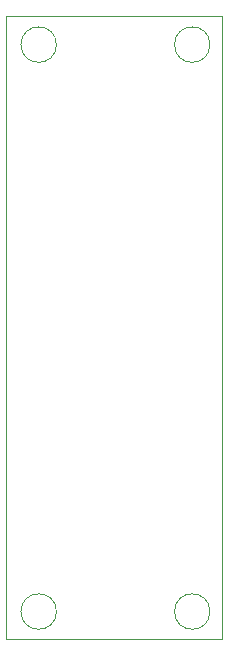
<source format=gbr>
%TF.GenerationSoftware,KiCad,Pcbnew,8.0.5*%
%TF.CreationDate,2024-10-10T01:08:20+09:00*%
%TF.ProjectId,BD,42442e6b-6963-4616-945f-706362585858,rev?*%
%TF.SameCoordinates,Original*%
%TF.FileFunction,Profile,NP*%
%FSLAX46Y46*%
G04 Gerber Fmt 4.6, Leading zero omitted, Abs format (unit mm)*
G04 Created by KiCad (PCBNEW 8.0.5) date 2024-10-10 01:08:20*
%MOMM*%
%LPD*%
G01*
G04 APERTURE LIST*
%TA.AperFunction,Profile*%
%ADD10C,0.050000*%
%TD*%
G04 APERTURE END LIST*
D10*
X30500000Y-62500000D02*
G75*
G02*
X27500000Y-62500000I-1500000J0D01*
G01*
X27500000Y-62500000D02*
G75*
G02*
X30500000Y-62500000I1500000J0D01*
G01*
X30500000Y-14500000D02*
G75*
G02*
X27500000Y-14500000I-1500000J0D01*
G01*
X27500000Y-14500000D02*
G75*
G02*
X30500000Y-14500000I1500000J0D01*
G01*
X17500000Y-62500000D02*
G75*
G02*
X14500000Y-62500000I-1500000J0D01*
G01*
X14500000Y-62500000D02*
G75*
G02*
X17500000Y-62500000I1500000J0D01*
G01*
X17500000Y-14500000D02*
G75*
G02*
X14500000Y-14500000I-1500000J0D01*
G01*
X14500000Y-14500000D02*
G75*
G02*
X17500000Y-14500000I1500000J0D01*
G01*
X13208000Y-12073000D02*
X31496000Y-12073000D01*
X31496000Y-64833000D01*
X13208000Y-64833000D01*
X13208000Y-12073000D01*
M02*

</source>
